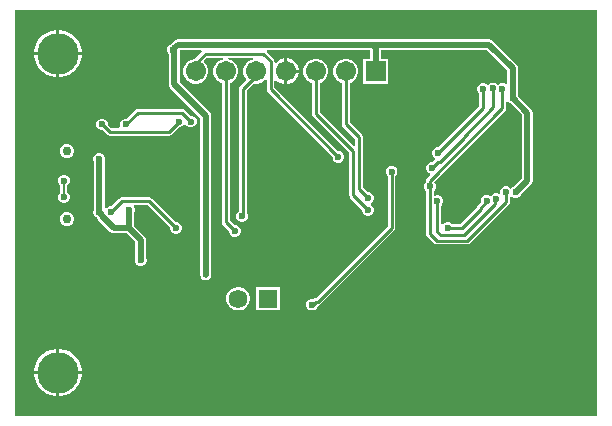
<source format=gbl>
G04*
G04 #@! TF.GenerationSoftware,Altium Limited,Altium Designer,23.0.1 (38)*
G04*
G04 Layer_Physical_Order=2*
G04 Layer_Color=16711680*
%FSLAX42Y42*%
%MOMM*%
G71*
G04*
G04 #@! TF.SameCoordinates,C436630F-131B-4BCA-922F-36B4D9C4E9B2*
G04*
G04*
G04 #@! TF.FilePolarity,Positive*
G04*
G01*
G75*
%ADD10C,0.20*%
%ADD13C,0.50*%
%ADD19R,4.90X1.60*%
%ADD67C,0.25*%
%ADD70C,3.50*%
%ADD71R,1.71X1.71*%
%ADD72C,1.71*%
%ADD73C,1.59*%
%ADD74R,1.59X1.59*%
%ADD75C,0.75*%
%ADD76C,0.60*%
G36*
X4967Y33D02*
X33D01*
X33Y3467D01*
X4967D01*
X4967Y33D01*
D02*
G37*
%LPC*%
G36*
X420Y3300D02*
X413D01*
Y3113D01*
X600D01*
Y3120D01*
X593Y3158D01*
X578Y3195D01*
X556Y3228D01*
X528Y3256D01*
X495Y3278D01*
X458Y3293D01*
X420Y3300D01*
D02*
G37*
G36*
X387D02*
X380D01*
X342Y3293D01*
X305Y3278D01*
X272Y3256D01*
X244Y3228D01*
X222Y3195D01*
X207Y3158D01*
X200Y3120D01*
Y3113D01*
X387D01*
Y3300D01*
D02*
G37*
G36*
X2344Y3061D02*
X2342D01*
Y2963D01*
X2440D01*
Y2965D01*
X2432Y2993D01*
X2418Y3018D01*
X2397Y3039D01*
X2372Y3053D01*
X2344Y3061D01*
D02*
G37*
G36*
X600Y3087D02*
X413D01*
Y2900D01*
X420D01*
X458Y2907D01*
X495Y2922D01*
X528Y2944D01*
X556Y2972D01*
X578Y3005D01*
X593Y3042D01*
X600Y3080D01*
Y3087D01*
D02*
G37*
G36*
X387D02*
X200D01*
Y3080D01*
X207Y3042D01*
X222Y3005D01*
X244Y2972D01*
X272Y2944D01*
X305Y2922D01*
X342Y2907D01*
X380Y2900D01*
X387D01*
Y3087D01*
D02*
G37*
G36*
X4050Y3221D02*
X1415D01*
X1398Y3217D01*
X1383Y3207D01*
X1355Y3179D01*
X1347Y3176D01*
X1333Y3162D01*
X1325Y3144D01*
Y3124D01*
X1333Y3105D01*
X1340Y3098D01*
Y2839D01*
X1343Y2822D01*
X1353Y2807D01*
X1604Y2556D01*
Y1254D01*
X1600Y1244D01*
Y1224D01*
X1608Y1205D01*
X1612Y1201D01*
X1618Y1193D01*
X1632Y1183D01*
X1650Y1179D01*
X1668Y1183D01*
X1682Y1193D01*
X1688Y1201D01*
X1692Y1205D01*
X1700Y1224D01*
Y1244D01*
X1696Y1254D01*
Y2575D01*
X1692Y2593D01*
X1682Y2607D01*
X1432Y2858D01*
Y3127D01*
X1434Y3129D01*
X1614D01*
X1620Y3116D01*
X1571Y3068D01*
X1564Y3058D01*
X1564Y3056D01*
X1553D01*
X1526Y3048D01*
X1502Y3034D01*
X1483Y3015D01*
X1469Y2991D01*
X1461Y2964D01*
Y2936D01*
X1469Y2909D01*
X1483Y2885D01*
X1502Y2866D01*
X1526Y2852D01*
X1553Y2844D01*
X1581D01*
X1608Y2852D01*
X1632Y2866D01*
X1651Y2885D01*
X1665Y2909D01*
X1673Y2936D01*
Y2964D01*
X1665Y2991D01*
X1651Y3015D01*
X1641Y3026D01*
X1640Y3044D01*
X1664Y3067D01*
X1800D01*
X1802Y3054D01*
X1780Y3048D01*
X1756Y3034D01*
X1737Y3015D01*
X1723Y2991D01*
X1716Y2964D01*
Y2936D01*
X1723Y2909D01*
X1737Y2885D01*
X1756Y2866D01*
X1780Y2852D01*
X1788Y2850D01*
Y1673D01*
X1790Y1660D01*
X1798Y1650D01*
X1847Y1600D01*
Y1587D01*
X1855Y1569D01*
X1869Y1555D01*
X1887Y1547D01*
X1907D01*
X1925Y1555D01*
X1939Y1569D01*
X1947Y1587D01*
Y1607D01*
X1939Y1625D01*
X1925Y1639D01*
X1907Y1647D01*
X1894D01*
X1854Y1687D01*
Y2850D01*
X1862Y2852D01*
X1886Y2866D01*
X1905Y2885D01*
X1919Y2909D01*
X1926Y2936D01*
Y2964D01*
X1919Y2991D01*
X1905Y3015D01*
X1886Y3034D01*
X1862Y3048D01*
X1840Y3054D01*
X1842Y3067D01*
X2054D01*
X2056Y3054D01*
X2034Y3048D01*
X2010Y3034D01*
X1991Y3015D01*
X1977Y2991D01*
X1969Y2964D01*
Y2936D01*
X1977Y2909D01*
X1991Y2885D01*
X1996Y2880D01*
X1941Y2825D01*
X1933Y2814D01*
X1931Y2801D01*
Y1763D01*
X1917Y1749D01*
X1910Y1731D01*
Y1711D01*
X1917Y1693D01*
X1931Y1679D01*
X1950Y1671D01*
X1970D01*
X1988Y1679D01*
X2002Y1693D01*
X2010Y1711D01*
Y1731D01*
X2002Y1749D01*
X1997Y1754D01*
Y2788D01*
X2056Y2846D01*
X2061Y2844D01*
X2089D01*
X2116Y2852D01*
X2140Y2866D01*
X2154Y2880D01*
X2167Y2875D01*
Y2800D01*
X2169Y2787D01*
X2177Y2777D01*
X2725Y2228D01*
Y2215D01*
X2733Y2197D01*
X2747Y2183D01*
X2765Y2175D01*
X2785D01*
X2803Y2183D01*
X2817Y2197D01*
X2825Y2215D01*
Y2235D01*
X2817Y2253D01*
X2803Y2267D01*
X2785Y2275D01*
X2772D01*
X2233Y2814D01*
Y2871D01*
X2246Y2876D01*
X2261Y2861D01*
X2286Y2847D01*
X2314Y2839D01*
X2316D01*
Y2950D01*
Y3061D01*
X2314D01*
X2286Y3053D01*
X2261Y3039D01*
X2246Y3024D01*
X2233Y3029D01*
Y3035D01*
X2231Y3048D01*
X2223Y3059D01*
X2166Y3116D01*
X2171Y3129D01*
X3043D01*
X3045Y3127D01*
Y3056D01*
X2985D01*
Y2844D01*
X3197D01*
Y3056D01*
X3137D01*
Y3129D01*
X4031D01*
X4204Y2956D01*
Y2847D01*
X4192Y2842D01*
X4192Y2842D01*
X4174Y2850D01*
X4154D01*
X4135Y2842D01*
X4127Y2833D01*
X4126Y2834D01*
X4112Y2848D01*
X4093Y2855D01*
X4073D01*
X4055Y2848D01*
X4041Y2834D01*
X4039Y2833D01*
X4029Y2843D01*
X4011Y2850D01*
X3991D01*
X3972Y2843D01*
X3958Y2829D01*
X3951Y2810D01*
Y2790D01*
X3958Y2772D01*
X3967Y2763D01*
Y2653D01*
X3621Y2307D01*
X3608D01*
X3590Y2299D01*
X3576Y2285D01*
X3568Y2267D01*
Y2247D01*
X3576Y2229D01*
X3588Y2216D01*
X3590Y2213D01*
X3590Y2201D01*
X3571Y2182D01*
X3558D01*
X3540Y2174D01*
X3526Y2160D01*
X3518Y2142D01*
Y2122D01*
X3526Y2103D01*
X3540Y2089D01*
X3547Y2087D01*
X3550Y2072D01*
X3527Y2048D01*
X3519Y2038D01*
X3517Y2025D01*
Y2013D01*
X3508Y2003D01*
X3500Y1985D01*
Y1965D01*
X3508Y1947D01*
X3517Y1937D01*
Y1893D01*
X3516Y1891D01*
Y1575D01*
X3519Y1563D01*
X3526Y1552D01*
X3585Y1493D01*
X3595Y1486D01*
X3608Y1484D01*
X3867D01*
X3880Y1486D01*
X3890Y1493D01*
X4218Y1822D01*
X4226Y1832D01*
X4228Y1845D01*
Y1883D01*
X4240Y1889D01*
X4247Y1883D01*
X4265Y1875D01*
X4285D01*
X4303Y1883D01*
X4317Y1897D01*
X4322Y1907D01*
X4407Y1993D01*
X4417Y2007D01*
X4421Y2025D01*
Y2600D01*
X4417Y2618D01*
X4407Y2632D01*
X4297Y2743D01*
X4296Y2745D01*
Y2975D01*
X4292Y2993D01*
X4282Y3007D01*
X4082Y3207D01*
X4068Y3217D01*
X4050Y3221D01*
D02*
G37*
G36*
X2440Y2937D02*
X2342D01*
Y2839D01*
X2344D01*
X2372Y2847D01*
X2397Y2861D01*
X2418Y2882D01*
X2432Y2907D01*
X2440Y2935D01*
Y2937D01*
D02*
G37*
G36*
X1450Y2633D02*
X1075D01*
X1062Y2631D01*
X1052Y2623D01*
X978Y2550D01*
X965D01*
X947Y2542D01*
X933Y2528D01*
X925Y2510D01*
Y2490D01*
X928Y2483D01*
X919Y2470D01*
X851D01*
X825Y2497D01*
Y2510D01*
X817Y2528D01*
X803Y2542D01*
X785Y2550D01*
X765D01*
X747Y2542D01*
X733Y2528D01*
X725Y2510D01*
Y2490D01*
X733Y2472D01*
X747Y2458D01*
X765Y2450D01*
X778D01*
X814Y2414D01*
X825Y2407D01*
X838Y2404D01*
X1337D01*
X1350Y2407D01*
X1361Y2414D01*
X1422Y2475D01*
X1435D01*
X1453Y2483D01*
X1467Y2497D01*
X1468Y2498D01*
X1482D01*
X1483Y2497D01*
X1497Y2483D01*
X1515Y2475D01*
X1535D01*
X1553Y2483D01*
X1567Y2497D01*
X1575Y2515D01*
Y2535D01*
X1567Y2553D01*
X1553Y2567D01*
X1535Y2575D01*
X1522D01*
X1473Y2623D01*
X1463Y2631D01*
X1461Y2631D01*
X1450Y2633D01*
D02*
G37*
G36*
X2851Y3056D02*
X2823D01*
X2796Y3048D01*
X2772Y3034D01*
X2753Y3015D01*
X2739Y2991D01*
X2732Y2964D01*
Y2936D01*
X2739Y2909D01*
X2753Y2885D01*
X2772Y2866D01*
X2796Y2852D01*
X2804Y2850D01*
Y2504D01*
X2806Y2491D01*
X2814Y2481D01*
X2917Y2377D01*
Y2322D01*
X2905Y2317D01*
X2616Y2606D01*
Y2850D01*
X2624Y2852D01*
X2648Y2866D01*
X2667Y2885D01*
X2681Y2909D01*
X2689Y2936D01*
Y2964D01*
X2681Y2991D01*
X2667Y3015D01*
X2648Y3034D01*
X2624Y3048D01*
X2597Y3056D01*
X2569D01*
X2542Y3048D01*
X2518Y3034D01*
X2499Y3015D01*
X2485Y2991D01*
X2477Y2964D01*
Y2936D01*
X2485Y2909D01*
X2499Y2885D01*
X2518Y2866D01*
X2542Y2852D01*
X2550Y2850D01*
Y2592D01*
X2552Y2579D01*
X2560Y2569D01*
X2867Y2261D01*
Y1900D01*
X2869Y1887D01*
X2877Y1877D01*
X2975Y1778D01*
Y1765D01*
X2983Y1747D01*
X2997Y1733D01*
X3015Y1725D01*
X3035D01*
X3053Y1733D01*
X3067Y1747D01*
X3075Y1765D01*
Y1785D01*
X3067Y1803D01*
X3053Y1817D01*
X3052Y1818D01*
Y1832D01*
X3053Y1833D01*
X3067Y1847D01*
X3075Y1865D01*
Y1885D01*
X3067Y1903D01*
X3053Y1917D01*
X3035Y1925D01*
X3022D01*
X2983Y1964D01*
Y2391D01*
X2981Y2404D01*
X2973Y2414D01*
X2870Y2518D01*
Y2850D01*
X2878Y2852D01*
X2902Y2866D01*
X2921Y2885D01*
X2935Y2909D01*
X2942Y2936D01*
Y2964D01*
X2935Y2991D01*
X2921Y3015D01*
X2902Y3034D01*
X2878Y3048D01*
X2851Y3056D01*
D02*
G37*
G36*
X486Y2334D02*
X464D01*
X442Y2326D01*
X426Y2310D01*
X418Y2288D01*
Y2266D01*
X426Y2244D01*
X442Y2228D01*
X464Y2219D01*
X486D01*
X508Y2228D01*
X524Y2244D01*
X532Y2266D01*
Y2288D01*
X524Y2310D01*
X508Y2326D01*
X486Y2334D01*
D02*
G37*
G36*
X460Y2075D02*
X440D01*
X422Y2067D01*
X408Y2053D01*
X400Y2035D01*
Y2015D01*
X408Y1997D01*
X419Y1985D01*
Y1924D01*
X408Y1912D01*
X400Y1894D01*
Y1874D01*
X408Y1855D01*
X422Y1841D01*
X440Y1834D01*
X460D01*
X478Y1841D01*
X492Y1855D01*
X500Y1874D01*
Y1894D01*
X492Y1912D01*
X481Y1924D01*
Y1985D01*
X492Y1997D01*
X500Y2015D01*
Y2035D01*
X492Y2053D01*
X478Y2067D01*
X460Y2075D01*
D02*
G37*
G36*
X486Y1758D02*
X464D01*
X442Y1749D01*
X426Y1733D01*
X418Y1711D01*
Y1689D01*
X426Y1667D01*
X442Y1651D01*
X464Y1642D01*
X486D01*
X508Y1651D01*
X524Y1667D01*
X532Y1689D01*
Y1711D01*
X524Y1733D01*
X508Y1749D01*
X486Y1758D01*
D02*
G37*
G36*
X760Y2259D02*
X740D01*
X722Y2251D01*
X708Y2237D01*
X700Y2219D01*
Y2199D01*
X704Y2189D01*
Y1779D01*
X700Y1769D01*
Y1749D01*
X707Y1730D01*
X722Y1716D01*
X727Y1714D01*
X732Y1709D01*
X733Y1707D01*
X743Y1693D01*
X843Y1593D01*
X857Y1583D01*
X875Y1579D01*
X981D01*
X1054Y1506D01*
Y1370D01*
X1050Y1360D01*
Y1340D01*
X1058Y1322D01*
X1072Y1308D01*
X1090Y1300D01*
X1110D01*
X1128Y1308D01*
X1142Y1322D01*
X1150Y1340D01*
Y1360D01*
X1146Y1370D01*
Y1525D01*
X1142Y1543D01*
X1132Y1557D01*
X1046Y1644D01*
Y1755D01*
X1050Y1765D01*
Y1785D01*
X1042Y1803D01*
X1041Y1805D01*
X1045Y1817D01*
X1161D01*
X1350Y1628D01*
Y1615D01*
X1358Y1597D01*
X1372Y1583D01*
X1390Y1575D01*
X1410D01*
X1428Y1583D01*
X1442Y1597D01*
X1450Y1615D01*
Y1635D01*
X1442Y1653D01*
X1428Y1667D01*
X1410Y1675D01*
X1397D01*
X1198Y1873D01*
X1188Y1881D01*
X1175Y1883D01*
X941D01*
X929Y1881D01*
X918Y1873D01*
X853Y1809D01*
X840D01*
X822Y1801D01*
X809Y1788D01*
X804Y1789D01*
X796Y1792D01*
Y2189D01*
X800Y2199D01*
Y2219D01*
X792Y2237D01*
X778Y2251D01*
X760Y2259D01*
D02*
G37*
G36*
X3235Y2150D02*
X3215D01*
X3197Y2142D01*
X3183Y2128D01*
X3175Y2110D01*
Y2090D01*
X3183Y2072D01*
X3192Y2062D01*
Y1639D01*
X2586Y1033D01*
X2582D01*
X2569Y1031D01*
X2561Y1025D01*
X2560Y1025D01*
X2540D01*
X2522Y1017D01*
X2508Y1003D01*
X2500Y985D01*
Y965D01*
X2508Y947D01*
X2522Y933D01*
X2540Y925D01*
X2560D01*
X2578Y933D01*
X2592Y947D01*
X2600Y965D01*
Y967D01*
X2613Y969D01*
X2623Y977D01*
X3248Y1602D01*
X3256Y1612D01*
X3258Y1625D01*
Y2062D01*
X3267Y2072D01*
X3275Y2090D01*
Y2110D01*
X3267Y2128D01*
X3253Y2142D01*
X3235Y2150D01*
D02*
G37*
G36*
X2278Y1124D02*
X2080D01*
Y926D01*
X2278D01*
Y1124D01*
D02*
G37*
G36*
X1938D02*
X1912D01*
X1887Y1118D01*
X1864Y1105D01*
X1845Y1086D01*
X1832Y1063D01*
X1825Y1038D01*
Y1012D01*
X1832Y987D01*
X1845Y964D01*
X1864Y945D01*
X1887Y932D01*
X1912Y926D01*
X1938D01*
X1963Y932D01*
X1986Y945D01*
X2005Y964D01*
X2018Y987D01*
X2025Y1012D01*
Y1038D01*
X2018Y1063D01*
X2005Y1086D01*
X1986Y1105D01*
X1963Y1118D01*
X1938Y1124D01*
D02*
G37*
G36*
X420Y600D02*
X413D01*
Y413D01*
X600D01*
Y420D01*
X593Y458D01*
X578Y495D01*
X556Y528D01*
X528Y556D01*
X495Y578D01*
X458Y593D01*
X420Y600D01*
D02*
G37*
G36*
X387D02*
X380D01*
X342Y593D01*
X305Y578D01*
X272Y556D01*
X244Y528D01*
X222Y495D01*
X207Y458D01*
X200Y420D01*
Y413D01*
X387D01*
Y600D01*
D02*
G37*
G36*
X600Y387D02*
X413D01*
Y200D01*
X420D01*
X458Y207D01*
X495Y222D01*
X528Y244D01*
X556Y272D01*
X578Y305D01*
X593Y342D01*
X600Y380D01*
Y387D01*
D02*
G37*
G36*
X387D02*
X200D01*
Y380D01*
X207Y342D01*
X222Y305D01*
X244Y272D01*
X272Y244D01*
X305Y222D01*
X342Y207D01*
X380Y200D01*
X387D01*
Y387D01*
D02*
G37*
%LPD*%
G36*
X4222Y2683D02*
X4232Y2678D01*
X4329Y2581D01*
Y2044D01*
X4257Y1972D01*
X4247Y1967D01*
X4235Y1956D01*
X4223Y1967D01*
X4205Y1975D01*
X4185D01*
X4167Y1967D01*
X4153Y1953D01*
X4145Y1935D01*
Y1919D01*
X4142Y1916D01*
X4136Y1912D01*
X4133Y1911D01*
X4118Y1917D01*
X4098D01*
X4080Y1910D01*
X4066Y1896D01*
X4060Y1895D01*
X4058Y1897D01*
X4039Y1904D01*
X4019D01*
X4001Y1897D01*
X3987Y1883D01*
X3979Y1864D01*
Y1844D01*
X3979Y1844D01*
X3962Y1826D01*
X3955Y1816D01*
X3952Y1803D01*
Y1799D01*
X3811Y1658D01*
X3738D01*
X3728Y1667D01*
X3710Y1675D01*
X3690D01*
X3672Y1667D01*
X3659Y1654D01*
X3654Y1655D01*
X3646Y1658D01*
Y1813D01*
X3655Y1822D01*
X3662Y1840D01*
Y1860D01*
X3655Y1878D01*
X3641Y1892D01*
X3622Y1900D01*
X3602D01*
X3596Y1897D01*
X3583Y1906D01*
Y1937D01*
X3592Y1947D01*
X3600Y1965D01*
Y1985D01*
X3592Y2003D01*
X3584Y2012D01*
X4187Y2615D01*
X4194Y2626D01*
X4197Y2639D01*
Y2691D01*
X4200Y2693D01*
X4210Y2695D01*
X4222Y2683D01*
D02*
G37*
D10*
X450Y1884D02*
Y2025D01*
X450Y1884D02*
X450Y1884D01*
D13*
X4050Y3175D02*
X4250Y2975D01*
X3062Y3175D02*
X4050D01*
X4275Y1925D02*
X4375Y2025D01*
Y2600D01*
X4250Y2725D02*
X4375Y2600D01*
X4250Y2725D02*
Y2975D01*
X3091Y2950D02*
Y3146D01*
X1415Y3175D02*
X3062D01*
X3091Y3146D01*
X1386D02*
X1415Y3175D01*
X1386Y2839D02*
Y3146D01*
X1650Y1225D02*
Y2575D01*
X1386Y2839D02*
X1650Y2575D01*
X750Y1756D02*
X775Y1731D01*
Y1725D02*
X875Y1625D01*
X750Y1759D02*
X750Y1759D01*
Y2209D01*
X750Y1756D02*
Y1759D01*
X775Y1725D02*
Y1731D01*
X875Y1625D02*
X1000D01*
Y1775D01*
Y1625D02*
X1100Y1525D01*
Y1350D02*
Y1525D01*
D19*
X4719Y1054D02*
D03*
Y546D02*
D03*
D67*
X3825Y1625D02*
X3985Y1785D01*
X3837Y1562D02*
X4101Y1826D01*
X3985Y1785D02*
Y1803D01*
X4029Y1847D02*
Y1854D01*
X3985Y1803D02*
X4029Y1847D01*
X4101Y1826D02*
Y1861D01*
X4108Y1867D01*
X3608Y1517D02*
X3867D01*
X4195Y1845D02*
Y1925D01*
X3867Y1517D02*
X4195Y1845D01*
X3640Y1562D02*
X3837D01*
X3700Y1625D02*
X3825D01*
X3568Y2132D02*
X3618Y2182D01*
X3632D02*
X3835Y2385D01*
X3550Y2025D02*
X4164Y2639D01*
X3618Y2182D02*
X3632D01*
X3550Y1892D02*
Y2025D01*
X4164Y2639D02*
Y2800D01*
X4083Y2647D02*
Y2805D01*
X3618Y2257D02*
X4001Y2639D01*
X3835Y2398D02*
X4083Y2647D01*
X3835Y2385D02*
Y2398D01*
X4001Y2639D02*
Y2800D01*
X1650Y3100D02*
X2135D01*
X2200Y3035D01*
X1595Y3045D02*
X1650Y3100D01*
X1425Y2525D02*
Y2525D01*
X1337Y2437D02*
X1425Y2525D01*
X1450Y2600D02*
X1525Y2525D01*
X838Y2437D02*
X1337D01*
X941Y1850D02*
X1175D01*
X850Y1759D02*
X941Y1850D01*
X1175D02*
X1400Y1625D01*
X1075Y2600D02*
X1450D01*
X975Y2500D02*
X1075Y2600D01*
X775Y2500D02*
X838Y2437D01*
X1821Y1673D02*
Y2948D01*
Y1673D02*
X1897Y1597D01*
X1964Y1725D02*
Y2801D01*
X2075Y2912D01*
X1960Y1721D02*
X1964Y1725D01*
X2075Y2912D02*
Y2950D01*
X2550Y975D02*
X2557D01*
X2600Y1000D02*
X3225Y1625D01*
X2582Y1000D02*
X2600D01*
X2557Y975D02*
X2582Y1000D01*
X3225Y1625D02*
Y2100D01*
X2900Y1900D02*
X3025Y1775D01*
X2900Y1900D02*
Y2275D01*
X2950Y1950D02*
Y2391D01*
Y1950D02*
X3025Y1875D01*
X2837Y2504D02*
X2950Y2391D01*
X2837Y2504D02*
Y2950D01*
X2583Y2592D02*
Y2950D01*
Y2592D02*
X2900Y2275D01*
X2200Y2800D02*
X2775Y2225D01*
X2200Y2800D02*
Y3035D01*
X1595Y2978D02*
Y3045D01*
X1567Y2950D02*
X1595Y2978D01*
X3550Y1575D02*
X3608Y1517D01*
X3550Y1891D02*
X3550Y1892D01*
X3613Y1590D02*
Y1850D01*
X3612Y1850D02*
X3613Y1850D01*
X3550Y1575D02*
Y1891D01*
X3613Y1590D02*
X3640Y1562D01*
D70*
X400Y3100D02*
D03*
Y400D02*
D03*
D71*
X3091Y2950D02*
D03*
D72*
X2837D02*
D03*
X2583D02*
D03*
X2329D02*
D03*
X2075D02*
D03*
X1821D02*
D03*
X1567D02*
D03*
D73*
X1925Y1025D02*
D03*
D74*
X2179D02*
D03*
D75*
X475Y2277D02*
D03*
Y1700D02*
D03*
D76*
X4600Y3200D02*
D03*
X4725Y2950D02*
D03*
X4600Y2700D02*
D03*
X4725Y2450D02*
D03*
X4600Y2200D02*
D03*
X4725Y1950D02*
D03*
X4600Y1700D02*
D03*
X4725Y1450D02*
D03*
X4600Y1200D02*
D03*
Y200D02*
D03*
X4350Y3200D02*
D03*
X4475Y2950D02*
D03*
Y2450D02*
D03*
Y1450D02*
D03*
X4350Y200D02*
D03*
X4225Y450D02*
D03*
X4100Y200D02*
D03*
X3975Y2950D02*
D03*
X3850Y200D02*
D03*
X3600Y2700D02*
D03*
X3725Y1450D02*
D03*
X3600Y1200D02*
D03*
X3725Y950D02*
D03*
X3600Y700D02*
D03*
Y200D02*
D03*
X3350Y1200D02*
D03*
X3475Y950D02*
D03*
X3350Y700D02*
D03*
X3475Y450D02*
D03*
X3350Y200D02*
D03*
X3100Y2700D02*
D03*
X3225Y2450D02*
D03*
Y1450D02*
D03*
X3100Y1200D02*
D03*
X3225Y950D02*
D03*
X3100Y700D02*
D03*
X3225Y450D02*
D03*
X3100Y200D02*
D03*
X2850Y1700D02*
D03*
X2975Y950D02*
D03*
X2850Y700D02*
D03*
X2975Y450D02*
D03*
X2850Y200D02*
D03*
X2600Y2200D02*
D03*
X2725Y1950D02*
D03*
X2600Y1700D02*
D03*
X2725Y1450D02*
D03*
X2600Y1200D02*
D03*
X2725Y950D02*
D03*
X2600Y700D02*
D03*
X2725Y450D02*
D03*
X2600Y200D02*
D03*
X2350Y2200D02*
D03*
X2475Y1950D02*
D03*
X2350Y1700D02*
D03*
Y700D02*
D03*
X2475Y450D02*
D03*
X2350Y200D02*
D03*
X2225Y2450D02*
D03*
X2100Y2200D02*
D03*
X2225Y1950D02*
D03*
Y1450D02*
D03*
X2100Y1200D02*
D03*
Y700D02*
D03*
X2225Y450D02*
D03*
X2100Y200D02*
D03*
X1975Y1450D02*
D03*
X1850Y1200D02*
D03*
Y700D02*
D03*
X1975Y450D02*
D03*
X1850Y200D02*
D03*
X1600Y700D02*
D03*
X1725Y450D02*
D03*
X1600Y200D02*
D03*
X1475Y950D02*
D03*
X1350Y700D02*
D03*
X1475Y450D02*
D03*
X1350Y200D02*
D03*
X1100Y3200D02*
D03*
Y2700D02*
D03*
Y700D02*
D03*
X1225Y450D02*
D03*
X1100Y200D02*
D03*
X850Y3200D02*
D03*
Y2200D02*
D03*
Y1200D02*
D03*
Y700D02*
D03*
X975Y450D02*
D03*
X850Y200D02*
D03*
X600Y2700D02*
D03*
X725Y1450D02*
D03*
X600Y1200D02*
D03*
X725Y950D02*
D03*
X600Y700D02*
D03*
X725Y450D02*
D03*
X600Y200D02*
D03*
X350Y2700D02*
D03*
Y2200D02*
D03*
Y1700D02*
D03*
Y1200D02*
D03*
X475Y950D02*
D03*
X350Y700D02*
D03*
X100Y3200D02*
D03*
Y2700D02*
D03*
Y2200D02*
D03*
X225Y1950D02*
D03*
X100Y1700D02*
D03*
Y1200D02*
D03*
X225Y950D02*
D03*
X100Y700D02*
D03*
Y200D02*
D03*
X4108Y1867D02*
D03*
X4029Y1854D02*
D03*
X1250Y2025D02*
D03*
X1143D02*
D03*
X1357D02*
D03*
X1250Y2133D02*
D03*
Y1920D02*
D03*
X4348Y1043D02*
D03*
X3703Y741D02*
D03*
X3758Y520D02*
D03*
X4019Y501D02*
D03*
X4105Y519D02*
D03*
X4231Y557D02*
D03*
X4402Y567D02*
D03*
X4488Y919D02*
D03*
X4403Y932D02*
D03*
X4293D02*
D03*
X4183D02*
D03*
X3793Y708D02*
D03*
X3812Y599D02*
D03*
X4024Y584D02*
D03*
X4095Y668D02*
D03*
X4315D02*
D03*
X4425D02*
D03*
X4050Y2375D02*
D03*
X4125Y2450D02*
D03*
X4050Y1550D02*
D03*
X4138Y1462D02*
D03*
X3962D02*
D03*
X4138Y1638D02*
D03*
X4125Y2300D02*
D03*
X3975D02*
D03*
X3568Y2132D02*
D03*
X3618Y2257D02*
D03*
X4250Y2725D02*
D03*
X1375Y3134D02*
D03*
X1650Y1234D02*
D03*
X1425Y2525D02*
D03*
X750Y1759D02*
D03*
X750Y2209D02*
D03*
X450Y1884D02*
D03*
X450Y2025D02*
D03*
X1000Y1775D02*
D03*
X1100Y1350D02*
D03*
X975Y2500D02*
D03*
X1525Y2525D02*
D03*
X775Y2500D02*
D03*
X1960Y1721D02*
D03*
X2550Y975D02*
D03*
X3225Y2100D02*
D03*
X3025Y1775D02*
D03*
Y1875D02*
D03*
X1400Y1625D02*
D03*
X850Y1759D02*
D03*
X2775Y2225D02*
D03*
X1897Y1597D02*
D03*
X3612Y1850D02*
D03*
X3550Y1975D02*
D03*
X3700Y1625D02*
D03*
X4001Y2800D02*
D03*
X4083Y2805D02*
D03*
X4195Y1925D02*
D03*
X4275D02*
D03*
X4164Y2800D02*
D03*
M02*

</source>
